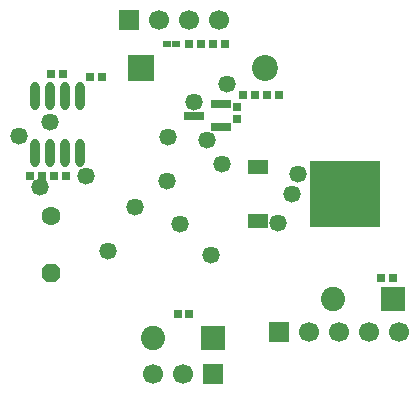
<source format=gts>
G04 Layer_Color=8388736*
%FSLAX42Y42*%
%MOMM*%
G71*
G01*
G75*
%ADD39R,1.70X0.80*%
%ADD40R,1.80X1.20*%
%ADD41R,5.90X5.70*%
%ADD42R,0.80X0.70*%
%ADD43R,0.70X0.80*%
%ADD44R,0.70X0.50*%
%ADD45O,0.80X2.40*%
%ADD46C,2.05*%
%ADD47R,2.05X2.05*%
%ADD48P,1.74X8X112.5*%
%ADD49C,1.60*%
%ADD50C,2.20*%
%ADD51R,2.20X2.20*%
%ADD52C,1.70*%
%ADD53R,1.70X1.70*%
%ADD54C,1.47*%
D39*
X1868Y2394D02*
D03*
Y2584D02*
D03*
X1638Y2489D02*
D03*
D40*
X2181Y2057D02*
D03*
Y1600D02*
D03*
D41*
X2921Y1829D02*
D03*
D42*
X863Y2819D02*
D03*
X763D02*
D03*
X2058Y2667D02*
D03*
X2158D02*
D03*
X1601Y3099D02*
D03*
X1701D02*
D03*
X533Y2845D02*
D03*
X433D02*
D03*
X2361Y2667D02*
D03*
X2261D02*
D03*
X1904Y3099D02*
D03*
X1804D02*
D03*
X255Y1981D02*
D03*
X355D02*
D03*
X458D02*
D03*
X558D02*
D03*
X1500Y813D02*
D03*
X1600D02*
D03*
X3327Y1118D02*
D03*
X3227D02*
D03*
D43*
X2007Y2564D02*
D03*
Y2464D02*
D03*
D44*
X1483Y3099D02*
D03*
X1413D02*
D03*
D45*
X673Y2653D02*
D03*
X546D02*
D03*
X419D02*
D03*
X292D02*
D03*
X673Y2173D02*
D03*
X546D02*
D03*
X419D02*
D03*
X292D02*
D03*
D46*
X1295Y610D02*
D03*
X2819Y940D02*
D03*
D47*
X1803Y610D02*
D03*
X3327Y940D02*
D03*
D48*
X432Y1153D02*
D03*
D49*
Y1641D02*
D03*
D50*
X2240Y2896D02*
D03*
D51*
X1194D02*
D03*
D52*
X1854Y3302D02*
D03*
X1600D02*
D03*
X1346D02*
D03*
X1549Y305D02*
D03*
X1295D02*
D03*
X3374Y660D02*
D03*
X3120D02*
D03*
X2866D02*
D03*
X2612D02*
D03*
D53*
X1092Y3302D02*
D03*
X1803Y305D02*
D03*
X2358Y660D02*
D03*
D54*
X1918Y2761D02*
D03*
X914Y1339D02*
D03*
X1875Y2080D02*
D03*
X1783Y1306D02*
D03*
X724Y1977D02*
D03*
X1136Y1712D02*
D03*
X1521Y1573D02*
D03*
X2517Y1994D02*
D03*
X2466Y1824D02*
D03*
X1420Y2311D02*
D03*
X1643Y2603D02*
D03*
X155Y2316D02*
D03*
X2347Y1580D02*
D03*
X1415Y1933D02*
D03*
X1753Y2281D02*
D03*
X424Y2438D02*
D03*
X338Y1882D02*
D03*
M02*

</source>
